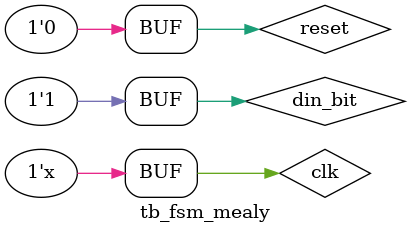
<source format=v>
`timescale 1ns / 1ps

module tb_fsm_mealy();

    reg clk, reset, din_bit;
    wire dout_bit;


    fms_mealy U_FMS_MEALY(
        .clk(clk),
        .reset(reset),
        .din_bit(din_bit),
        .dout_bit(dout_bit)
    );

    initial clk = 1'b0;
    always #5 clk = ~clk;

    initial begin
        #0;
        reset = 1'b1;
        din_bit = 1'b0;

        #10;
        reset = 1'b0;

        #20;
        din_bit = 1'b1;
        #30;
        din_bit = 1'b0;
        #10;
        din_bit = 1'b1;
        #10;
    end

endmodule

</source>
